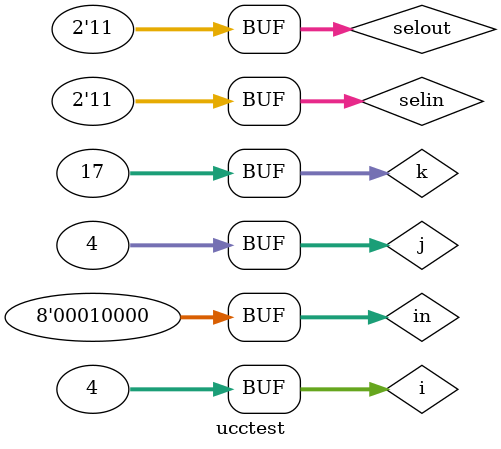
<source format=v>
`timescale 1ns / 1ps
module ucctest();

    reg [7:0] in;
    reg [1:0] selin;
    reg [1:0] selout;

    wire [7:0] out;
    wire [4:0] output_;
    wire [4:0] input_;
    wire error;

    UCC uut (.in(in),.out(out),.errors(error),.output_(output_),.input_(input_),.selin(selin),.selout(selout));
    integer i, j, k;

    initial begin
       for(i=0; i<4; i=i+1) 
       begin
       selin=i[1:0];
       for(j=0; j<4; j=j+1)
       begin
       selout=j[1:0];
       in=8'b00000000;
       if(selin==2'b10)
       begin
       for(k=0;k<=32;k=k+1)
       begin
       #5 in=k;
       end
       end
       else
       begin
       for(k=0;k<=16;k=k+1)
       begin
       #5 in=k;
       end
       end
       end
       end
end
    

endmodule


</source>
